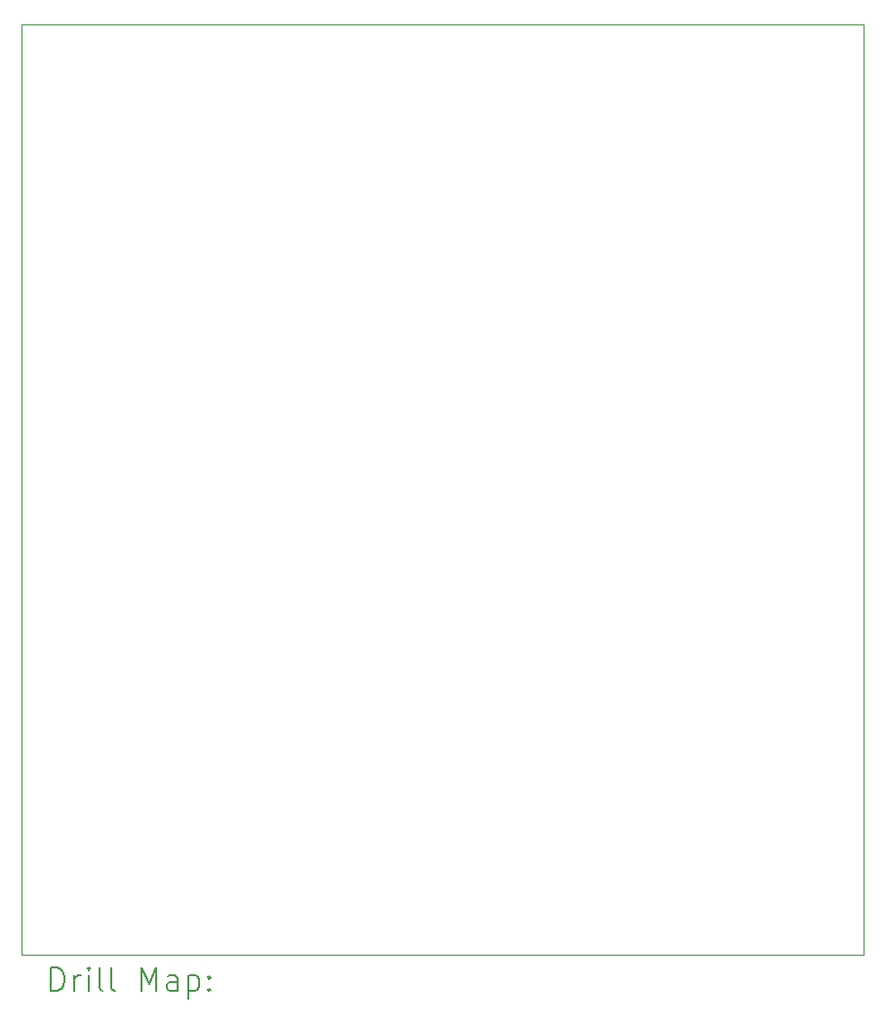
<source format=gbr>
%TF.GenerationSoftware,KiCad,Pcbnew,7.0.7*%
%TF.CreationDate,2024-08-07T00:19:32-05:00*%
%TF.ProjectId,TMS2V,544d5332-562e-46b6-9963-61645f706362,rev?*%
%TF.SameCoordinates,Original*%
%TF.FileFunction,Drillmap*%
%TF.FilePolarity,Positive*%
%FSLAX45Y45*%
G04 Gerber Fmt 4.5, Leading zero omitted, Abs format (unit mm)*
G04 Created by KiCad (PCBNEW 7.0.7) date 2024-08-07 00:19:32*
%MOMM*%
%LPD*%
G01*
G04 APERTURE LIST*
%ADD10C,0.100000*%
%ADD11C,0.200000*%
G04 APERTURE END LIST*
D10*
X11684000Y-7239000D02*
X18986500Y-7239000D01*
X18986500Y-15303500D01*
X11684000Y-15303500D01*
X11684000Y-7239000D01*
D11*
X11939777Y-15619984D02*
X11939777Y-15419984D01*
X11939777Y-15419984D02*
X11987396Y-15419984D01*
X11987396Y-15419984D02*
X12015967Y-15429508D01*
X12015967Y-15429508D02*
X12035015Y-15448555D01*
X12035015Y-15448555D02*
X12044539Y-15467603D01*
X12044539Y-15467603D02*
X12054062Y-15505698D01*
X12054062Y-15505698D02*
X12054062Y-15534269D01*
X12054062Y-15534269D02*
X12044539Y-15572365D01*
X12044539Y-15572365D02*
X12035015Y-15591412D01*
X12035015Y-15591412D02*
X12015967Y-15610460D01*
X12015967Y-15610460D02*
X11987396Y-15619984D01*
X11987396Y-15619984D02*
X11939777Y-15619984D01*
X12139777Y-15619984D02*
X12139777Y-15486650D01*
X12139777Y-15524746D02*
X12149301Y-15505698D01*
X12149301Y-15505698D02*
X12158824Y-15496174D01*
X12158824Y-15496174D02*
X12177872Y-15486650D01*
X12177872Y-15486650D02*
X12196920Y-15486650D01*
X12263586Y-15619984D02*
X12263586Y-15486650D01*
X12263586Y-15419984D02*
X12254062Y-15429508D01*
X12254062Y-15429508D02*
X12263586Y-15439031D01*
X12263586Y-15439031D02*
X12273110Y-15429508D01*
X12273110Y-15429508D02*
X12263586Y-15419984D01*
X12263586Y-15419984D02*
X12263586Y-15439031D01*
X12387396Y-15619984D02*
X12368348Y-15610460D01*
X12368348Y-15610460D02*
X12358824Y-15591412D01*
X12358824Y-15591412D02*
X12358824Y-15419984D01*
X12492158Y-15619984D02*
X12473110Y-15610460D01*
X12473110Y-15610460D02*
X12463586Y-15591412D01*
X12463586Y-15591412D02*
X12463586Y-15419984D01*
X12720729Y-15619984D02*
X12720729Y-15419984D01*
X12720729Y-15419984D02*
X12787396Y-15562841D01*
X12787396Y-15562841D02*
X12854062Y-15419984D01*
X12854062Y-15419984D02*
X12854062Y-15619984D01*
X13035015Y-15619984D02*
X13035015Y-15515222D01*
X13035015Y-15515222D02*
X13025491Y-15496174D01*
X13025491Y-15496174D02*
X13006443Y-15486650D01*
X13006443Y-15486650D02*
X12968348Y-15486650D01*
X12968348Y-15486650D02*
X12949301Y-15496174D01*
X13035015Y-15610460D02*
X13015967Y-15619984D01*
X13015967Y-15619984D02*
X12968348Y-15619984D01*
X12968348Y-15619984D02*
X12949301Y-15610460D01*
X12949301Y-15610460D02*
X12939777Y-15591412D01*
X12939777Y-15591412D02*
X12939777Y-15572365D01*
X12939777Y-15572365D02*
X12949301Y-15553317D01*
X12949301Y-15553317D02*
X12968348Y-15543793D01*
X12968348Y-15543793D02*
X13015967Y-15543793D01*
X13015967Y-15543793D02*
X13035015Y-15534269D01*
X13130253Y-15486650D02*
X13130253Y-15686650D01*
X13130253Y-15496174D02*
X13149301Y-15486650D01*
X13149301Y-15486650D02*
X13187396Y-15486650D01*
X13187396Y-15486650D02*
X13206443Y-15496174D01*
X13206443Y-15496174D02*
X13215967Y-15505698D01*
X13215967Y-15505698D02*
X13225491Y-15524746D01*
X13225491Y-15524746D02*
X13225491Y-15581888D01*
X13225491Y-15581888D02*
X13215967Y-15600936D01*
X13215967Y-15600936D02*
X13206443Y-15610460D01*
X13206443Y-15610460D02*
X13187396Y-15619984D01*
X13187396Y-15619984D02*
X13149301Y-15619984D01*
X13149301Y-15619984D02*
X13130253Y-15610460D01*
X13311205Y-15600936D02*
X13320729Y-15610460D01*
X13320729Y-15610460D02*
X13311205Y-15619984D01*
X13311205Y-15619984D02*
X13301682Y-15610460D01*
X13301682Y-15610460D02*
X13311205Y-15600936D01*
X13311205Y-15600936D02*
X13311205Y-15619984D01*
X13311205Y-15496174D02*
X13320729Y-15505698D01*
X13320729Y-15505698D02*
X13311205Y-15515222D01*
X13311205Y-15515222D02*
X13301682Y-15505698D01*
X13301682Y-15505698D02*
X13311205Y-15496174D01*
X13311205Y-15496174D02*
X13311205Y-15515222D01*
M02*

</source>
